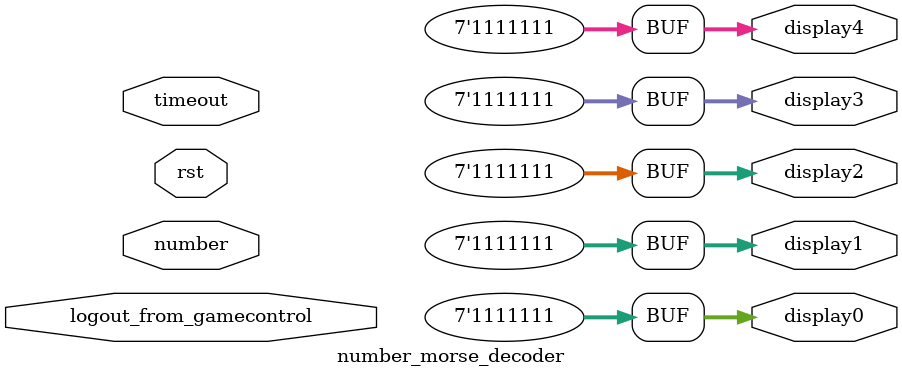
<source format=v>
module number_morse_decoder(number, logout_from_gamecontrol, timeout, rst, display0, display1, display2, display3, display4); 
   input [3:0] number;
   input logout_from_gamecontrol, timeout, rst;
   output [6:0] display0 = 7'b1111111; 
   output [6:0] display1 = 7'b1111111; 
   output [6:0] display2 = 7'b1111111; 
   output [6:0] display3 = 7'b1111111; 
   output [6:0] display4 = 7'b1111111; 
   reg [6:0] display0; 
   reg [6:0] display1; 
   reg [6:0] display2; 
   reg [6:0] display3; 
   reg [6:0] display4;

   always @ (number, logout_from_gamecontrol, timeout, rst) begin 
      if (rst == 1'b0 || timeout == 1'b1) begin
         display0 = 7'b1111111;
         display1 = 7'b1111111;
         display2 = 7'b1111111;
         display3 = 7'b1111111;
         display4 = 7'b1111111;
      end
      else begin
         case (number)
            4'b0000: begin //0
               display0 = 7'b1001000; display1 = 7'b1001000; display2 = 7'b1001000; display3 = 7'b1001000; display4 = 7'b1001000;
            end
            4'b0001: begin //1
               display0 = 7'b1001000; display1 = 7'b1001000; display2 = 7'b1001000; display3 = 7'b1001000; display4 = 7'b0000001;
            end
            4'b0010: begin //2
               display0 = 7'b1001000; display1 = 7'b1001000; display2 = 7'b1001000; display3 = 7'b0000001; display4 = 7'b0000001;
            end
            4'b0011: begin //3
               display0 = 7'b1001000; display1 = 7'b1001000; display2 = 7'b0000001; display3 = 7'b0000001; display4 = 7'b0000001;
            end
            4'b0100: begin //4
               display0 = 7'b1001000; display1 = 7'b0000001; display2 = 7'b0000001; display3 = 7'b0000001; display4 = 7'b0000001;
            end
            4'b0101: begin //5
               display0 = 7'b0000001; display1 = 7'b0000001; display2 = 7'b0000001; display3 = 7'b0000001; display4 = 7'b0000001;
            end
            4'b0110: begin //6
               display0 = 7'b0000001; display1 = 7'b0000001; display2 = 7'b0000001; display3 = 7'b0000001; display4 = 7'b1001000;
            end
            4'b0111: begin //7
               display0 = 7'b0000001; display1 = 7'b0000001; display2 = 7'b0000001; display3 = 7'b1001000; display4 = 7'b1001000;
            end
            4'b1000: begin //8
               display0 = 7'b0000001; display1 = 7'b0000001; display2 = 7'b1001000; display3 = 7'b1001000; display4 = 7'b1001000;
            end
            4'b1001: begin //9
               display0 = 7'b0000001; display1 = 7'b1001000; display2 = 7'b1001000; display3 = 7'b1001000; display4 = 7'b1001000;
            end
            4'b1010: begin //A
               display0 = 7'b1111111; display1 = 7'b1111111; display2 = 7'b1111111; display3 = 7'b1001000; display4 = 7'b0000001; 
            end
            4'b1011: begin //B
               display0 = 7'b1111111; display1 = 7'b0000001; display2 = 7'b0000001; display3 = 7'b0000001; display4 = 7'b1001000;
            end
            4'b1100: begin //C
               display0 = 7'b1111111; display1 = 7'b0000001; display2 = 7'b1001000; display3 = 7'b0000001; display4 = 7'b1001000;
            end
            4'b1101: begin //D
               display0 = 7'b1111111; display1 = 7'b1111111; display2 = 7'b0000001; display3 = 7'b0000001; display4 = 7'b1001000;
            end
            4'b1110: begin //E
               display0 = 7'b1111111; display1 = 7'b1111111; display2 = 7'b1111111; display3 = 7'b1111111; display4 = 7'b0000001;
            end
            4'b1111: begin //F
               display0 = 7'b1111111; display1 = 7'b0000001; display2 = 7'b1001000; display3 = 7'b0000001; display4 = 7'b0000001;
            end
            default: begin
               display0 = 7'b1111111; display1 = 7'b1111111; display2 = 7'b1111111; display3 = 7'b1111111; display4 = 7'b1111111;
            end
         endcase
      end
   end
endmodule 

</source>
